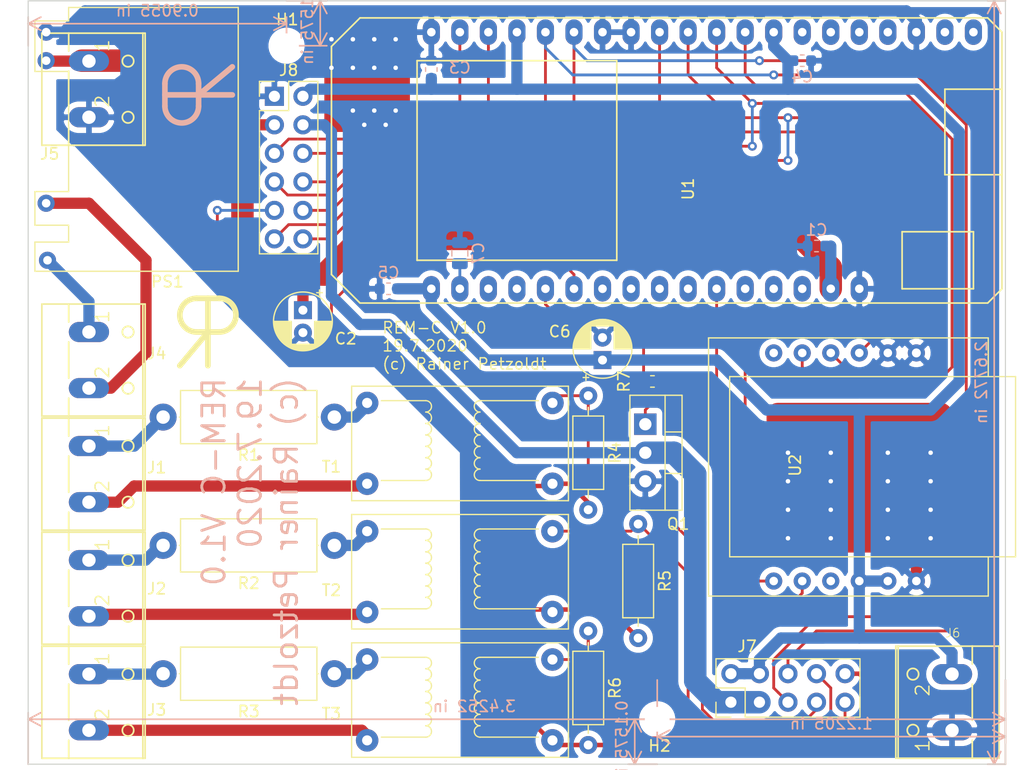
<source format=kicad_pcb>
(kicad_pcb (version 20171130) (host pcbnew "(5.1.5)-3")
  (layers (0 F.Cu signal) (31 B.Cu signal) (34 B.Paste user) (35 F.Paste user) (36 B.SilkS user) (37 F.SilkS user) (38 B.Mask user) (39 F.Mask user) (44 Edge.Cuts user))
  (net 0 "")
  (net 1 /L1)
  (net 2 "Net-(R1-Pad1)")
  (net 3 /L2)
  (net 4 "Net-(R2-Pad1)")
  (net 5 /L3)
  (net 6 "Net-(R3-Pad1)")
  (net 7 /N1)
  (net 8 /N2)
  (net 9 /N3)
  (net 10 "Net-(U1-Pad36)")
  (net 11 "Net-(U1-Pad35)")
  (net 12 "Net-(U1-Pad33)")
  (net 13 "Net-(U1-Pad32)")
  (net 14 "Net-(U1-Pad31)")
  (net 15 "Net-(U1-Pad30)")
  (net 16 "Net-(U1-Pad14)")
  (net 17 "Net-(U1-Pad13)")
  (net 18 "Net-(U1-Pad12)")
  (net 19 "Net-(U1-Pad10)")
  (net 20 "Net-(U1-Pad9)")
  (net 21 "Net-(U1-Pad8)")
  (net 22 "Net-(U1-Pad4)")
  (net 23 "Net-(U1-Pad3)")
  (net 24 GND)
  (net 25 +3V3)
  (net 26 /VP3)
  (net 27 /VP2)
  (net 28 /VP1)
  (net 29 /SDA)
  (net 30 /SCL)
  (net 31 +5V)
  (net 32 /L)
  (net 33 /N)
  (net 34 GNDA)
  (net 35 /MISO)
  (net 36 /CS)
  (net 37 /SCK)
  (net 38 /MOSI)
  (net 39 "Net-(U2-Pad9)")
  (net 40 "Net-(U2-Pad6)")
  (net 41 /RST)
  (net 42 "Net-(Q1-Pad1)")
  (net 43 /GND_Switched)
  (net 44 /CS2)
  (net 45 /PWR_Switch)
  (net 46 "Net-(C7-Pad1)")
  (net 47 /TX)
  (net 48 /RX)
  (net 49 "Net-(U1-Pad7)")
  (module REM:USR-ES1_gesockelt (layer F.Cu) (at 171.45 73.025 270)
    (fp_text reference U2 (at -0.15 3.17 90) (layer F.SilkS))
    (fp_text value USR-ES1)
    (pad 12 thru_hole circle (at 10.16 -7.62 270) (size 1.524 1.524) (drill 0.762) (layers *.Cu *.Mask) (net 24 GND))
    (pad 11 thru_hole circle (at 10.16 -5.08 270) (size 1.524 1.524) (drill 0.762) (layers *.Cu *.Mask) (net 25 +3V3))
    (pad 10 thru_hole circle (at 10.16 -2.54 270) (size 1.524 1.524) (drill 0.762) (layers *.Cu *.Mask) (net 25 +3V3))
    (pad 9 thru_hole circle (at 10.16 0 270) (size 1.524 1.524) (drill 0.762) (layers *.Cu *.Mask) (net 39 "Net-(U2-Pad9)"))
    (pad 8 thru_hole circle (at 10.16 2.54 270) (size 1.524 1.524) (drill 0.762) (layers *.Cu *.Mask) (net 41 /RST))
    (pad 7 thru_hole circle (at 10.16 5.08 270) (size 1.524 1.524) (drill 0.762) (layers *.Cu *.Mask) (net 35 /MISO))
    (pad 6 thru_hole circle (at -10.16 5.08 270) (size 1.524 1.524) (drill 0.762) (layers *.Cu *.Mask) (net 40 "Net-(U2-Pad6)"))
    (pad 5 thru_hole circle (at -10.16 2.54 270) (size 1.524 1.524) (drill 0.762) (layers *.Cu *.Mask) (net 36 /CS))
    (pad 4 thru_hole circle (at -10.16 0 270) (size 1.524 1.524) (drill 0.762) (layers *.Cu *.Mask) (net 37 /SCK))
    (pad 3 thru_hole circle (at -10.16 -2.54 270) (size 1.524 1.524) (drill 0.762) (layers *.Cu *.Mask) (net 38 /MOSI))
    (pad 2 thru_hole circle (at -10.16 -5.08 270) (size 1.524 1.524) (drill 0.762) (layers *.Cu *.Mask) (net 24 GND))
    (pad 1 thru_hole circle (at -10.16 -7.62 270) (size 1.524 1.524) (drill 0.8) (layers *.Cu *.Mask) (net 24 GND))
  )
  (module REM:Lolin32_gesockelt (layer F.Cu) (at 146.05 48.26 90)
    (fp_text reference U1 (at 0 12.7 90) (layer F.SilkS))
    (fp_text value Lolin32)
    (pad 36 thru_hole oval (at 13.97 38.1 90) (size 2.268 1.524) (drill 0.762) (layers *.Cu *.Mask) (net 10 "Net-(U1-Pad36)"))
    (pad 35 thru_hole oval (at 13.97 35.56 90) (size 2.268 1.524) (drill 0.762) (layers *.Cu *.Mask) (net 11 "Net-(U1-Pad35)"))
    (pad 34 thru_hole oval (at 13.97 33.02 90) (size 2.268 1.524) (drill 0.762) (layers *.Cu *.Mask) (net 24 GND))
    (pad 33 thru_hole oval (at 13.97 30.48 90) (size 2.268 1.524) (drill 0.762) (layers *.Cu *.Mask) (net 12 "Net-(U1-Pad33)"))
    (pad 32 thru_hole oval (at 13.97 27.94 90) (size 2.268 1.524) (drill 0.762) (layers *.Cu *.Mask) (net 13 "Net-(U1-Pad32)"))
    (pad 31 thru_hole oval (at 13.97 25.4 90) (size 2.268 1.524) (drill 0.762) (layers *.Cu *.Mask) (net 14 "Net-(U1-Pad31)"))
    (pad 30 thru_hole oval (at 13.97 22.86 90) (size 2.268 1.524) (drill 0.762) (layers *.Cu *.Mask) (net 15 "Net-(U1-Pad30)"))
    (pad 29 thru_hole oval (at 13.97 20.32 90) (size 2.268 1.524) (drill 0.762) (layers *.Cu *.Mask) (net 25 +3V3))
    (pad 28 thru_hole oval (at 13.97 17.78 90) (size 2.268 1.524) (drill 0.762) (layers *.Cu *.Mask) (net 36 /CS))
    (pad 27 thru_hole oval (at 13.97 15.24 90) (size 2.268 1.524) (drill 0.762) (layers *.Cu *.Mask) (net 37 /SCK))
    (pad 26 thru_hole oval (at 13.97 12.7 90) (size 2.268 1.524) (drill 0.762) (layers *.Cu *.Mask) (net 38 /MOSI))
    (pad 25 thru_hole oval (at 13.97 10.16 90) (size 2.268 1.524) (drill 0.762) (layers *.Cu *.Mask) (net 35 /MISO))
    (pad 24 thru_hole oval (at 13.97 7.62 90) (size 2.268 1.524) (drill 0.762) (layers *.Cu *.Mask) (net 24 GND))
    (pad 23 thru_hole oval (at 13.97 5.08 90) (size 2.268 1.524) (drill 0.762) (layers *.Cu *.Mask) (net 24 GND))
    (pad 22 thru_hole oval (at 13.97 2.54 90) (size 2.268 1.524) (drill 0.762) (layers *.Cu *.Mask) (net 29 /SDA))
    (pad 21 thru_hole oval (at 13.97 0 90) (size 2.268 1.524) (drill 0.762) (layers *.Cu *.Mask) (net 30 /SCL))
    (pad 20 thru_hole oval (at 13.97 -2.54 90) (size 2.268 1.524) (drill 0.762) (layers *.Cu *.Mask) (net 25 +3V3))
    (pad 19 thru_hole oval (at 13.97 -5.08 90) (size 2.268 1.524) (drill 0.762) (layers *.Cu *.Mask) (net 48 /RX))
    (pad 18 thru_hole oval (at 13.97 -7.62 90) (size 2.268 1.524) (drill 0.762) (layers *.Cu *.Mask) (net 47 /TX))
    (pad 17 thru_hole oval (at 13.97 -10.16 90) (size 2.268 1.524) (drill 0.762) (layers *.Cu *.Mask) (net 24 GND))
    (pad 16 thru_hole oval (at -8.89 27.94 90) (size 2.268 1.524) (drill 0.762) (layers *.Cu *.Mask) (net 24 GND))
    (pad 15 thru_hole oval (at -8.89 25.4 90) (size 2.268 1.524) (drill 0.762) (layers *.Cu *.Mask) (net 31 +5V))
    (pad 14 thru_hole oval (at -8.89 22.86 90) (size 2.268 1.524) (drill 0.762) (layers *.Cu *.Mask) (net 16 "Net-(U1-Pad14)"))
    (pad 13 thru_hole oval (at -8.89 20.32 90) (size 2.268 1.524) (drill 0.762) (layers *.Cu *.Mask) (net 17 "Net-(U1-Pad13)"))
    (pad 12 thru_hole oval (at -8.89 17.78 90) (size 2.268 1.524) (drill 0.762) (layers *.Cu *.Mask) (net 18 "Net-(U1-Pad12)"))
    (pad 11 thru_hole oval (at -8.89 15.24 90) (size 2.268 1.524) (drill 0.762) (layers *.Cu *.Mask) (net 41 /RST))
    (pad 10 thru_hole oval (at -8.89 12.7 90) (size 2.268 1.524) (drill 0.762) (layers *.Cu *.Mask) (net 19 "Net-(U1-Pad10)"))
    (pad 9 thru_hole oval (at -8.89 10.16 90) (size 2.268 1.524) (drill 0.762) (layers *.Cu *.Mask) (net 20 "Net-(U1-Pad9)"))
    (pad 8 thru_hole oval (at -8.89 7.62 90) (size 2.268 1.524) (drill 0.762) (layers *.Cu *.Mask) (net 21 "Net-(U1-Pad8)"))
    (pad 7 thru_hole oval (at -8.89 5.08 90) (size 2.268 1.524) (drill 0.762) (layers *.Cu *.Mask) (net 49 "Net-(U1-Pad7)"))
    (pad 6 thru_hole oval (at -8.89 2.54 90) (size 2.268 1.524) (drill 0.762) (layers *.Cu *.Mask) (net 44 /CS2))
    (pad 5 thru_hole oval (at -8.89 0 90) (size 2.268 1.524) (drill 0.762) (layers *.Cu *.Mask) (net 45 /PWR_Switch))
    (pad 4 thru_hole oval (at -8.89 -2.54 90) (size 2.268 1.524) (drill 0.762) (layers *.Cu *.Mask) (net 22 "Net-(U1-Pad4)"))
    (pad 3 thru_hole oval (at -8.89 -5.08 90) (size 2.268 1.524) (drill 0.762) (layers *.Cu *.Mask) (net 23 "Net-(U1-Pad3)"))
    (pad 2 thru_hole oval (at -8.89 -7.62 90) (size 2.268 1.524) (drill 0.762) (layers *.Cu *.Mask) (net 46 "Net-(C7-Pad1)"))
    (pad 1 thru_hole oval (at -8.89 -10.16 90) (size 2.268 1.524) (drill 0.762) (layers *.Cu *.Mask) (net 25 +3V3))
  )
  (module Connector_PinHeader_2.54mm:PinHeader_2x06_P2.54mm_Vertical (layer F.Cu) (at 121.92 40.005)
    (fp_text reference J8 (at 1.27 -2.33) (layer F.SilkS))
    (fp_text value Conn_02x06_Odd_Even)
    (pad 12 thru_hole oval (at 2.54 12.7) (size 1.7 1.7) (drill 1) (layers *.Cu *.Mask) (net 38 /MOSI))
    (pad 11 thru_hole oval (at 0 12.7) (size 1.7 1.7) (drill 1) (layers *.Cu *.Mask) (net 37 /SCK))
    (pad 10 thru_hole oval (at 2.54 10.16) (size 1.7 1.7) (drill 1) (layers *.Cu *.Mask) (net 35 /MISO))
    (pad 9 thru_hole oval (at 0 10.16) (size 1.7 1.7) (drill 1) (layers *.Cu *.Mask) (net 44 /CS2))
    (pad 8 thru_hole oval (at 2.54 7.62) (size 1.7 1.7) (drill 1) (layers *.Cu *.Mask) (net 30 /SCL))
    (pad 7 thru_hole oval (at 0 7.62) (size 1.7 1.7) (drill 1) (layers *.Cu *.Mask) (net 29 /SDA))
    (pad 6 thru_hole oval (at 2.54 5.08) (size 1.7 1.7) (drill 1) (layers *.Cu *.Mask) (net 48 /RX))
    (pad 5 thru_hole oval (at 0 5.08) (size 1.7 1.7) (drill 1) (layers *.Cu *.Mask) (net 47 /TX))
    (pad 4 thru_hole oval (at 2.54 2.54) (size 1.7 1.7) (drill 1) (layers *.Cu *.Mask) (net 43 /GND_Switched))
    (pad 3 thru_hole oval (at 0 2.54) (size 1.7 1.7) (drill 1) (layers *.Cu *.Mask) (net 31 +5V))
    (pad 2 thru_hole oval (at 2.54 0) (size 1.7 1.7) (drill 1) (layers *.Cu *.Mask) (net 25 +3V3))
    (pad 1 thru_hole rect (at 0 0) (size 1.7 1.7) (drill 1) (layers *.Cu *.Mask) (net 24 GND))
  )
  (module Capacitor_SMD:C_0805_2012Metric (layer B.Cu) (at 138.43 53.975 90)
    (fp_text reference C7 (at 0 1.65 90) (layer B.SilkS) (effects (justify mirror)))
    (fp_text value 1u)
    (pad 2 smd roundrect (at 0.9375 0 90) (size 0.975 1.4) (layers B.Cu B.Paste B.Mask) (net 24 GND))
    (pad 1 smd roundrect (at -0.9375 0 90) (size 0.975 1.4) (layers B.Cu B.Paste B.Mask) (net 46 "Net-(C7-Pad1)"))
  )
  (module Resistor_THT:R_Axial_DIN0207_L6.3mm_D2.5mm_P10.16mm_Horizontal (layer F.Cu) (at 149.86 87.63 270)
    (fp_text reference R6 (at 5.08 -2.37 90) (layer F.SilkS))
    (fp_text value 330)
    (pad 2 thru_hole oval (at 10.16 0 270) (size 1.6 1.6) (drill 0.8) (layers *.Cu *.Mask) (net 34 GNDA))
    (pad 1 thru_hole circle (at 0 0 270) (size 1.6 1.6) (drill 0.8) (layers *.Cu *.Mask) (net 26 /VP3))
  )
  (module Resistor_THT:R_Axial_DIN0207_L6.3mm_D2.5mm_P10.16mm_Horizontal (layer F.Cu) (at 154.305 78.105 270)
    (fp_text reference R5 (at 5.08 -2.37 90) (layer F.SilkS))
    (fp_text value 330)
    (pad 2 thru_hole oval (at 10.16 0 270) (size 1.6 1.6) (drill 0.8) (layers *.Cu *.Mask) (net 34 GNDA))
    (pad 1 thru_hole circle (at 0 0 270) (size 1.6 1.6) (drill 0.8) (layers *.Cu *.Mask) (net 27 /VP2))
  )
  (module Resistor_THT:R_Axial_DIN0207_L6.3mm_D2.5mm_P10.16mm_Horizontal (layer F.Cu) (at 149.86 66.675 270)
    (fp_text reference R4 (at 5.08 -2.37 90) (layer F.SilkS))
    (fp_text value 330)
    (pad 2 thru_hole oval (at 10.16 0 270) (size 1.6 1.6) (drill 0.8) (layers *.Cu *.Mask) (net 34 GNDA))
    (pad 1 thru_hole circle (at 0 0 270) (size 1.6 1.6) (drill 0.8) (layers *.Cu *.Mask) (net 28 /VP1))
  )
  (module Resistor_THT:R_Axial_DIN0414_L11.9mm_D4.5mm_P15.24mm_Horizontal (layer F.Cu) (at 127.254 80.01 180)
    (fp_text reference R2 (at 7.62 -3.37) (layer F.SilkS))
    (fp_text value 220k)
    (pad 2 thru_hole oval (at 15.24 0 180) (size 2.4 2.4) (drill 1.2) (layers *.Cu *.Mask) (net 3 /L2))
    (pad 1 thru_hole circle (at 0 0 180) (size 2.4 2.4) (drill 1.2) (layers *.Cu *.Mask) (net 4 "Net-(R2-Pad1)"))
  )
  (module Resistor_SMD:R_0603_1608Metric (layer F.Cu) (at 155.575 65.405 180)
    (fp_text reference R7 (at 2.54 0 270) (layer F.SilkS))
    (fp_text value 100k)
    (pad 2 smd roundrect (at 0.7875 0 180) (size 0.875 0.95) (layers F.Cu F.Paste F.Mask) (net 45 /PWR_Switch))
    (pad 1 smd roundrect (at -0.7875 0 180) (size 0.875 0.95) (layers F.Cu F.Paste F.Mask) (net 42 "Net-(Q1-Pad1)"))
  )
  (module Package_TO_SOT_THT:TO-220-3_Vertical (layer F.Cu) (at 154.94 69.215 270)
    (fp_text reference Q1 (at 8.89 -2.921 180) (layer F.SilkS))
    (fp_text value IRF3708)
    (pad 3 thru_hole oval (at 5.08 0 270) (size 1.905 2) (drill 1.1) (layers *.Cu *.Mask) (net 24 GND))
    (pad 2 thru_hole oval (at 2.54 0 270) (size 1.905 2) (drill 1.1) (layers *.Cu *.Mask) (net 43 /GND_Switched))
    (pad 1 thru_hole rect (at 0 0 270) (size 1.905 2) (drill 1.1) (layers *.Cu *.Mask) (net 42 "Net-(Q1-Pad1)"))
  )
  (module REM:PinHeader_2x05_P2.54mm_Vertical_mit_Stecker (layer F.Cu) (at 162.56 93.98 90)
    (fp_text reference J7 (at 4.98 1.44 180) (layer F.SilkS))
    (fp_text value Conn_02x05_Odd_Even)
    (pad 10 thru_hole oval (at 2.54 10.16 90) (size 1.7 1.7) (drill 1) (layers *.Cu *.Mask) (net 34 GNDA))
    (pad 9 thru_hole oval (at 0 10.16 90) (size 1.7 1.7) (drill 1) (layers *.Cu *.Mask) (net 26 /VP3))
    (pad 8 thru_hole oval (at 2.54 7.62 90) (size 1.7 1.7) (drill 1) (layers *.Cu *.Mask) (net 27 /VP2))
    (pad 7 thru_hole oval (at 0 7.62 90) (size 1.7 1.7) (drill 1) (layers *.Cu *.Mask) (net 28 /VP1))
    (pad 6 thru_hole oval (at 2.54 5.08 90) (size 1.7 1.7) (drill 1) (layers *.Cu *.Mask) (net 29 /SDA))
    (pad 5 thru_hole oval (at 0 5.08 90) (size 1.7 1.7) (drill 1) (layers *.Cu *.Mask) (net 30 /SCL))
    (pad 4 thru_hole oval (at 2.54 2.54 90) (size 1.7 1.7) (drill 1) (layers *.Cu *.Mask) (net 25 +3V3))
    (pad 3 thru_hole oval (at 0 2.54 90) (size 1.7 1.7) (drill 1) (layers *.Cu *.Mask) (net 43 /GND_Switched))
    (pad 2 thru_hole oval (at 2.54 0 90) (size 1.7 1.7) (drill 1) (layers *.Cu *.Mask) (net 25 +3V3))
    (pad 1 thru_hole rect (at 0 0 90) (size 1.7 1.7) (drill 1) (layers *.Cu *.Mask) (net 43 /GND_Switched))
  )
  (module REM:LogoRP_6mm (layer B.Cu) (at 106.172 39.878 270)
    (fp_text reference L2 hide)
    (fp_text value Logo)
  )
  (module REM:LogoRP_6mm (layer F.Cu) (at 116 52)
    (fp_text reference L1 hide)
    (fp_text value Logo)
  )
  (module kicad:MountingHole_2.2mm_M2 (layer F.Cu) (at 156 95.5)
    (fp_text reference H2 (at 0.21 2.369) (layer F.SilkS))
    (fp_text value MountingHole)
    (pad 1 np_thru_hole circle (at 0 0) (size 2.2 2.2) (drill 2.2) (layers *.Cu *.Mask))
  )
  (module kicad:MountingHole_2.2mm_M2 (layer F.Cu) (at 123 35.5)
    (fp_text reference H1 (at 0.063 -2.337) (layer F.SilkS))
    (fp_text value MountingHole)
    (pad 1 np_thru_hole circle (at 0 0) (size 2.2 2.2) (drill 2.2) (layers *.Cu *.Mask))
  )
  (module REM:W237-102 (layer F.Cu) (at 180.975 93.98 90)
    (fp_text reference J6 (at 5.715 0.635) (layer F.SilkS) (effects (font (size 0.77216 0.77216) (thickness 0.077216)) (justify left bottom)))
    (fp_text value Conn_01x02)
    (fp_text user 1 (at -4.532 -0.635 90) (layer F.SilkS) (effects (font (size 1.2065 1.2065) (thickness 0.127)) (justify left bottom)))
    (fp_text user 2 (at 0.421 -0.635 90) (layer F.SilkS) (effects (font (size 1.2065 1.2065) (thickness 0.127)) (justify left bottom)))
    (pad 1 thru_hole oval (at -2.5 1.27 180) (size 3.5814 1.7907) (drill 1.1938) (layers *.Cu *.Mask) (net 24 GND))
    (pad 2 thru_hole oval (at 2.5 1.27 180) (size 3.5814 1.7907) (drill 1.1938) (layers *.Cu *.Mask) (net 25 +3V3))
  )
  (module Resistor_THT:R_Axial_DIN0414_L11.9mm_D4.5mm_P15.24mm_Horizontal (layer F.Cu) (at 127.254 91.44 180)
    (fp_text reference R3 (at 7.62 -3.37) (layer F.SilkS))
    (fp_text value 220k)
    (pad 2 thru_hole oval (at 15.24 0 180) (size 2.4 2.4) (drill 1.2) (layers *.Cu *.Mask) (net 5 /L3))
    (pad 1 thru_hole circle (at 0 0 180) (size 2.4 2.4) (drill 1.2) (layers *.Cu *.Mask) (net 6 "Net-(R3-Pad1)"))
  )
  (module REM:W237-102 (layer F.Cu) (at 106.68 39.37 270)
    (fp_text reference J5 (at 6.35 3.81) (layer F.SilkS) (effects (justify right bottom)))
    (fp_text value Conn_01x02)
    (fp_text user 1 (at -4.532 -0.635 90) (layer F.SilkS) (effects (font (size 1.2065 1.2065) (thickness 0.127)) (justify right bottom)))
    (fp_text user 2 (at 0.421 -0.635 90) (layer F.SilkS) (effects (font (size 1.2065 1.2065) (thickness 0.127)) (justify right bottom)))
    (pad 1 thru_hole oval (at -2.5 1.27) (size 3.5814 1.7907) (drill 1.1938) (layers *.Cu *.Mask) (net 31 +5V))
    (pad 2 thru_hole oval (at 2.5 1.27) (size 3.5814 1.7907) (drill 1.1938) (layers *.Cu *.Mask) (net 24 GND))
  )
  (module Capacitor_SMD:C_0603_1608Metric (layer B.Cu) (at 168.91 36.83)
    (fp_text reference C4 (at 0 1.43) (layer B.SilkS) (effects (justify mirror)))
    (fp_text value 100n)
    (pad 2 smd roundrect (at 0.7875 0) (size 0.875 0.95) (layers B.Cu B.Paste B.Mask) (net 24 GND))
    (pad 1 smd roundrect (at -0.7875 0) (size 0.875 0.95) (layers B.Cu B.Paste B.Mask) (net 25 +3V3))
  )
  (module Capacitor_SMD:C_0603_1608Metric (layer B.Cu) (at 132.08 57.15 180)
    (fp_text reference C5 (at 0 1.43) (layer B.SilkS) (effects (justify mirror)))
    (fp_text value 100n)
    (pad 2 smd roundrect (at 0.7875 0 180) (size 0.875 0.95) (layers B.Cu B.Paste B.Mask) (net 24 GND))
    (pad 1 smd roundrect (at -0.7875 0 180) (size 0.875 0.95) (layers B.Cu B.Paste B.Mask) (net 25 +3V3))
  )
  (module Capacitor_THT:CP_Radial_D5.0mm_P2.00mm (layer F.Cu) (at 151.13 63.5 90)
    (fp_text reference C6 (at 2.54 -3.81 180) (layer F.SilkS))
    (fp_text value 10u)
    (pad 2 thru_hole circle (at 2 0 90) (size 1.6 1.6) (drill 0.8) (layers *.Cu *.Mask) (net 24 GND))
    (pad 1 thru_hole rect (at 0 0 90) (size 1.6 1.6) (drill 0.8) (layers *.Cu *.Mask) (net 25 +3V3))
  )
  (module Capacitor_THT:CP_Radial_D5.0mm_P2.00mm (layer F.Cu) (at 124.46 59.055 270)
    (fp_text reference C2 (at 2.54 -3.81 180) (layer F.SilkS))
    (fp_text value 10u)
    (pad 2 thru_hole circle (at 2 0 270) (size 1.6 1.6) (drill 0.8) (layers *.Cu *.Mask) (net 24 GND))
    (pad 1 thru_hole rect (at 0 0 270) (size 1.6 1.6) (drill 0.8) (layers *.Cu *.Mask) (net 31 +5V))
  )
  (module Capacitor_SMD:C_0603_1608Metric (layer B.Cu) (at 135.89 37.6175 90)
    (fp_text reference C3 (at 0.1525 2.54) (layer B.SilkS) (effects (justify mirror)))
    (fp_text value 100n)
    (pad 2 smd roundrect (at 0.7875 0 90) (size 0.875 0.95) (layers B.Cu B.Paste B.Mask) (net 24 GND))
    (pad 1 smd roundrect (at -0.7875 0 90) (size 0.875 0.95) (layers B.Cu B.Paste B.Mask) (net 25 +3V3))
  )
  (module Capacitor_SMD:C_0603_1608Metric (layer B.Cu) (at 170.18 53.34 180)
    (fp_text reference C1 (at 0 1.43) (layer B.SilkS) (effects (justify mirror)))
    (fp_text value 100n)
    (pad 2 smd roundrect (at 0.7875 0 180) (size 0.875 0.95) (layers B.Cu B.Paste B.Mask) (net 24 GND))
    (pad 1 smd roundrect (at -0.7875 0 180) (size 0.875 0.95) (layers B.Cu B.Paste B.Mask) (net 31 +5V))
  )
  (module Resistor_THT:R_Axial_DIN0414_L11.9mm_D4.5mm_P15.24mm_Horizontal (layer F.Cu) (at 127.254 68.58 180)
    (fp_text reference R1 (at 7.62 -3.37) (layer F.SilkS))
    (fp_text value 220k)
    (pad 2 thru_hole oval (at 15.24 0 180) (size 2.4 2.4) (drill 1.2) (layers *.Cu *.Mask) (net 1 /L1))
    (pad 1 thru_hole circle (at 0 0 180) (size 2.4 2.4) (drill 1.2) (layers *.Cu *.Mask) (net 2 "Net-(R1-Pad1)"))
  )
  (module REM:ZMPT107 (layer F.Cu) (at 130.175 90.178)
    (fp_text reference T3 (at -3.175 4.83) (layer F.SilkS))
    (fp_text value ZMPT107-1)
    (pad 2 thru_hole circle (at 0 7.2) (size 2 2) (drill 0.9) (layers *.Cu *.Mask) (net 9 /N3) (clearance 0.5))
    (pad 4 thru_hole circle (at 16.5 7.2) (size 2 2) (drill 0.9) (layers *.Cu *.Mask) (net 34 GNDA) (clearance 0.5))
    (pad 3 thru_hole circle (at 16.5 0) (size 2 2) (drill 0.9) (layers *.Cu *.Mask) (net 26 /VP3) (clearance 0.5))
    (pad 1 thru_hole circle (at 0 0) (size 2 2) (drill 0.9) (layers *.Cu *.Mask) (net 6 "Net-(R3-Pad1)") (clearance 0.5))
  )
  (module REM:ZMPT107 (layer F.Cu) (at 130.175 78.748)
    (fp_text reference T2 (at -3.175 5.26) (layer F.SilkS))
    (fp_text value ZMPT107-1)
    (pad 2 thru_hole circle (at 0 7.2) (size 2 2) (drill 0.9) (layers *.Cu *.Mask) (net 8 /N2) (clearance 0.5))
    (pad 4 thru_hole circle (at 16.5 7.2) (size 2 2) (drill 0.9) (layers *.Cu *.Mask) (net 34 GNDA) (clearance 0.5))
    (pad 3 thru_hole circle (at 16.5 0) (size 2 2) (drill 0.9) (layers *.Cu *.Mask) (net 27 /VP2) (clearance 0.5))
    (pad 1 thru_hole circle (at 0 0) (size 2 2) (drill 0.9) (layers *.Cu *.Mask) (net 4 "Net-(R2-Pad1)") (clearance 0.5))
  )
  (module REM:ZMPT107 (layer F.Cu) (at 130.175 67.318)
    (fp_text reference T1 (at -3.175 5.69) (layer F.SilkS))
    (fp_text value ZMPT107-1)
    (pad 2 thru_hole circle (at 0 7.2) (size 2 2) (drill 0.9) (layers *.Cu *.Mask) (net 7 /N1) (clearance 0.5))
    (pad 4 thru_hole circle (at 16.5 7.2) (size 2 2) (drill 0.9) (layers *.Cu *.Mask) (net 34 GNDA) (clearance 0.5))
    (pad 3 thru_hole circle (at 16.5 0) (size 2 2) (drill 0.9) (layers *.Cu *.Mask) (net 28 /VP1) (clearance 0.5))
    (pad 1 thru_hole circle (at 0 0) (size 2 2) (drill 0.9) (layers *.Cu *.Mask) (net 2 "Net-(R1-Pad1)") (clearance 0.5))
  )
  (module REM:AC-DC_Wandler (layer F.Cu) (at 101.6 34.29 270)
    (fp_text reference PS1 (at 22.225 -10.795 180) (layer F.SilkS))
    (fp_text value AC-DC-Wandler)
    (fp_text user " " (at 0.635 -13.335 90) (layer F.SilkS))
    (pad 4 thru_hole circle (at 20.32 -0.12 270) (size 1.524 1.524) (drill 0.762) (layers *.Cu *.Mask) (net 32 /L) (clearance 0.5))
    (pad 3 thru_hole circle (at 15.24 0 270) (size 1.524 1.524) (drill 0.762) (layers *.Cu *.Mask) (net 33 /N) (clearance 0.5))
    (pad 2 thru_hole circle (at 2.54 0 270) (size 1.524 1.524) (drill 0.762) (layers *.Cu *.Mask) (net 31 +5V) (clearance 0.5))
    (pad 1 thru_hole circle (at 0 0 270) (size 1.524 1.524) (drill 0.762) (layers *.Cu *.Mask) (net 24 GND) (clearance 0.5))
  )
  (module REM:W237-102 (layer F.Cu) (at 106.68 63.5 270)
    (fp_text reference J4 (at 0 -5.715) (layer F.SilkS) (effects (justify right bottom)))
    (fp_text value Conn_01x02)
    (fp_text user 1 (at -4.532 -0.635 90) (layer F.SilkS) (effects (font (size 1.2065 1.2065) (thickness 0.127)) (justify right bottom)))
    (fp_text user 2 (at 0.421 -0.635 90) (layer F.SilkS) (effects (font (size 1.2065 1.2065) (thickness 0.127)) (justify right bottom)))
    (pad 1 thru_hole oval (at -2.5 1.27) (size 3.5814 1.7907) (drill 1.1938) (layers *.Cu *.Mask) (net 32 /L))
    (pad 2 thru_hole oval (at 2.5 1.27) (size 3.5814 1.7907) (drill 1.1938) (layers *.Cu *.Mask) (net 33 /N))
  )
  (module REM:W237-102 (layer F.Cu) (at 106.68 93.98 270)
    (fp_text reference J3 (at 1.27 -5.715) (layer F.SilkS) (effects (justify right bottom)))
    (fp_text value Conn_01x02)
    (fp_text user 1 (at -4.532 -0.635 90) (layer F.SilkS) (effects (font (size 1.2065 1.2065) (thickness 0.127)) (justify right bottom)))
    (fp_text user 2 (at 0.421 -0.635 90) (layer F.SilkS) (effects (font (size 1.2065 1.2065) (thickness 0.127)) (justify right bottom)))
    (pad 1 thru_hole oval (at -2.5 1.27) (size 3.5814 1.7907) (drill 1.1938) (layers *.Cu *.Mask) (net 5 /L3))
    (pad 2 thru_hole oval (at 2.5 1.27) (size 3.5814 1.7907) (drill 1.1938) (layers *.Cu *.Mask) (net 9 /N3))
  )
  (module REM:W237-102 (layer F.Cu) (at 106.68 83.82 270)
    (fp_text reference J2 (at 0.635 -5.715) (layer F.SilkS) (effects (justify right bottom)))
    (fp_text value Conn_01x02)
    (fp_text user 1 (at -4.532 -0.635 90) (layer F.SilkS) (effects (font (size 1.2065 1.2065) (thickness 0.127)) (justify right bottom)))
    (fp_text user 2 (at 0.421 -0.635 90) (layer F.SilkS) (effects (font (size 1.2065 1.2065) (thickness 0.127)) (justify right bottom)))
    (pad 1 thru_hole oval (at -2.5 1.27) (size 3.5814 1.7907) (drill 1.1938) (layers *.Cu *.Mask) (net 3 /L2))
    (pad 2 thru_hole oval (at 2.5 1.27) (size 3.5814 1.7907) (drill 1.1938) (layers *.Cu *.Mask) (net 8 /N2))
  )
  (module REM:W237-102 (layer F.Cu) (at 106.68 73.66 270)
    (fp_text reference J1 (at 0 -5.715) (layer F.SilkS) (effects (justify right bottom)))
    (fp_text value Conn_01x02)
    (fp_text user 1 (at -4.532 -0.635 90) (layer F.SilkS) (effects (font (size 1.2065 1.2065) (thickness 0.127)) (justify right bottom)))
    (fp_text user 2 (at 0.421 -0.635 90) (layer F.SilkS) (effects (font (size 1.2065 1.2065) (thickness 0.127)) (justify right bottom)))
    (pad 1 thru_hole oval (at -2.5 1.27) (size 3.5814 1.7907) (drill 1.1938) (layers *.Cu *.Mask) (net 1 /L1))
    (pad 2 thru_hole oval (at 2.5 1.27) (size 3.5814 1.7907) (drill 1.1938) (layers *.Cu *.Mask) (net 7 /N1))
  )
  (dimension 87 (width 0.15) (layer B.SilkS) (gr_text "87,0 mm" (at 143.5 94.2) (layer B.SilkS) (effects (font (size 1 1) (thickness 0.15)) (justify left mirror))) (feature1 (pts (xy 100 99.5) (xy 100 94.913579))) (feature2 (pts (xy 187 99.5) (xy 187 94.913579))) (crossbar (pts (xy 187 95.5) (xy 100 95.5))) (arrow1a (pts (xy 100 95.5) (xy 101.126504 94.913579))) (arrow1b (pts (xy 100 95.5) (xy 101.126504 96.086421))) (arrow2a (pts (xy 187 95.5) (xy 185.873496 94.913579))) (arrow2b (pts (xy 187 95.5) (xy 185.873496 96.086421))))
  (dimension 68 (width 0.15) (layer B.SilkS) (gr_text "68,0 mm" (at 184.7 65.5 90) (layer B.SilkS) (effects (font (size 1 1) (thickness 0.15)) (justify mirror))) (feature1 (pts (xy 187 31.5) (xy 185.413579 31.5))) (feature2 (pts (xy 187 99.5) (xy 185.413579 99.5))) (crossbar (pts (xy 186 99.5) (xy 186 31.5))) (arrow1a (pts (xy 186 31.5) (xy 186.586421 32.626504))) (arrow1b (pts (xy 186 31.5) (xy 185.413579 32.626504))) (arrow2a (pts (xy 186 99.5) (xy 186.586421 98.373496))) (arrow2b (pts (xy 186 99.5) (xy 185.413579 98.373496))))
  (dimension 31 (width 0.15) (layer B.SilkS) (gr_text "31,0 mm" (at 171.5 98.345) (layer B.SilkS) (effects (font (size 1 1) (thickness 0.15)) (justify mirror))) (feature1 (pts (xy 187 92) (xy 187 97.631421))) (feature2 (pts (xy 156 92) (xy 156 97.631421))) (crossbar (pts (xy 156 97.045) (xy 187 97.045))) (arrow1a (pts (xy 187 97.045) (xy 185.873496 97.631421))) (arrow1b (pts (xy 187 97.045) (xy 185.873496 96.458579))) (arrow2a (pts (xy 156 97.045) (xy 157.126504 97.631421))) (arrow2b (pts (xy 156 97.045) (xy 157.126504 96.458579))))
  (dimension 4 (width 0.15) (layer B.SilkS) (gr_text "4,0 mm" (at 152.7 95 270) (layer B.SilkS) (effects (font (size 1 1) (thickness 0.15)) (justify mirror))) (feature1 (pts (xy 156 99.5) (xy 153.413579 99.5))) (feature2 (pts (xy 156 95.5) (xy 153.413579 95.5))) (crossbar (pts (xy 154 95.5) (xy 154 99.5))) (arrow1a (pts (xy 154 99.5) (xy 153.413579 98.373496))) (arrow1b (pts (xy 154 99.5) (xy 154.586421 98.373496))) (arrow2a (pts (xy 154 95.5) (xy 153.413579 96.626504))) (arrow2b (pts (xy 154 95.5) (xy 154.586421 96.626504))))
  (dimension 23 (width 0.15) (layer B.SilkS) (gr_text "23,0 mm" (at 111.5 32.5) (layer B.SilkS) (effects (font (size 1 1) (thickness 0.15)) (justify mirror))) (feature1 (pts (xy 100 35.5) (xy 100 32.948579))) (feature2 (pts (xy 123 35.5) (xy 123 32.948579))) (crossbar (pts (xy 123 33.535) (xy 100 33.535))) (arrow1a (pts (xy 100 33.535) (xy 101.126504 32.948579))) (arrow1b (pts (xy 100 33.535) (xy 101.126504 34.121421))) (arrow2a (pts (xy 123 33.535) (xy 121.873496 32.948579))) (arrow2b (pts (xy 123 33.535) (xy 121.873496 34.121421))))
  (dimension 4 (width 0.15) (layer B.SilkS) (gr_text "4,0 mm" (at 127.3 35 90) (layer B.SilkS) (effects (font (size 1 1) (thickness 0.15)) (justify mirror))) (feature1 (pts (xy 123 31.5) (xy 126.586421 31.5))) (feature2 (pts (xy 123 35.5) (xy 126.586421 35.5))) (crossbar (pts (xy 126 35.5) (xy 126 31.5))) (arrow1a (pts (xy 126 31.5) (xy 126.586421 32.626504))) (arrow1b (pts (xy 126 31.5) (xy 125.413579 32.626504))) (arrow2a (pts (xy 126 35.5) (xy 126.586421 34.373496))) (arrow2b (pts (xy 126 35.5) (xy 125.413579 34.373496))))
  (gr_text "REM-C V1.0\n19.7.2020\n(c) Rainer Petzoldt" (at 119.761 64.897 90) (layer B.SilkS) (effects (font (size 2 2) (thickness 0.25)) (justify left mirror)))
  (gr_text "REM-C V1.0\n19.7.2020\n(c) Rainer Petzoldt" (at 131.445 62.23) (layer F.SilkS) (effects (font (size 1 1) (thickness 0.125)) (justify left)))
  (gr_line (start 187 31.5) (end 100 31.5) (layer Edge.Cuts) (width 0.1))
  (gr_line (start 187 99.5) (end 187 31.5) (layer Edge.Cuts) (width 0.1))
  (gr_line (start 100 99.5) (end 187 99.5) (layer Edge.Cuts) (width 0.1))
  (gr_line (start 100 31.5) (end 100 99.5) (layer Edge.Cuts) (width 0.1))
  (segment (start 111.76 68.834) (end 111.76 68.58) (width 1) (layer B.Cu) (net 1))
  (segment (start 105.41 71.16) (end 109.434 71.16) (width 1) (layer B.Cu) (net 1))
  (segment (start 109.434 71.16) (end 111.76 68.834) (width 1) (layer B.Cu) (net 1))
  (segment (start 129.12 68.58) (end 130.18 67.52) (width 1) (layer B.Cu) (net 2))
  (segment (start 127 68.58) (end 129.12 68.58) (width 1) (layer B.Cu) (net 2))
  (segment (start 110.45 81.32) (end 111.76 80.01) (width 1) (layer B.Cu) (net 3))
  (segment (start 105.41 81.32) (end 110.45 81.32) (width 1) (layer B.Cu) (net 3))
  (segment (start 129.12 80.01) (end 130.18 78.95) (width 1) (layer B.Cu) (net 4))
  (segment (start 127 80.01) (end 129.12 80.01) (width 1) (layer B.Cu) (net 4))
  (segment (start 112.014 91.44) (end 111.76 91.44) (width 1) (layer B.Cu) (net 5))
  (segment (start 105.41 91.48) (end 111.974 91.48) (width 1) (layer B.Cu) (net 5))
  (segment (start 111.974 91.48) (end 112.014 91.44) (width 1) (layer B.Cu) (net 5))
  (segment (start 129.12 91.44) (end 130.18 90.38) (width 1) (layer B.Cu) (net 6))
  (segment (start 127 91.44) (end 129.12 91.44) (width 1) (layer B.Cu) (net 6))
  (segment (start 107.99 76.16) (end 105.41 76.16) (width 1) (layer F.Cu) (net 7))
  (segment (start 130.18 74.72) (end 109.43 74.72) (width 1) (layer F.Cu) (net 7))
  (segment (start 109.43 74.72) (end 107.99 76.16) (width 1) (layer F.Cu) (net 7))
  (segment (start 105.58 86.15) (end 105.41 86.32) (width 1) (layer F.Cu) (net 8))
  (segment (start 130.18 86.15) (end 105.58 86.15) (width 1) (layer F.Cu) (net 8))
  (segment (start 129.70501 96.48) (end 130.175 96.94999) (width 1) (layer F.Cu) (net 9))
  (segment (start 105.41 96.48) (end 129.70501 96.48) (width 1) (layer F.Cu) (net 9))
  (via (at 127 34.925) (size 0.8) (drill 0.4) (layers F.Cu B.Cu) (net 24))
  (via (at 127 37.465) (size 0.8) (drill 0.4) (layers F.Cu B.Cu) (net 24))
  (via (at 132.715 41.275) (size 0.8) (drill 0.4) (layers F.Cu B.Cu) (net 24))
  (via (at 130.81 41.275) (size 0.8) (drill 0.4) (layers F.Cu B.Cu) (net 24))
  (via (at 128.905 41.275) (size 0.8) (drill 0.4) (layers F.Cu B.Cu) (net 24))
  (via (at 128.905 37.465) (size 0.8) (drill 0.4) (layers F.Cu B.Cu) (net 24))
  (via (at 130.81 37.465) (size 0.8) (drill 0.4) (layers F.Cu B.Cu) (net 24))
  (via (at 132.715 37.465) (size 0.8) (drill 0.4) (layers F.Cu B.Cu) (net 24))
  (via (at 132.715 34.925) (size 0.8) (drill 0.4) (layers F.Cu B.Cu) (net 24))
  (via (at 130.81 34.925) (size 0.8) (drill 0.4) (layers F.Cu B.Cu) (net 24))
  (via (at 128.905 34.925) (size 0.8) (drill 0.4) (layers F.Cu B.Cu) (net 24))
  (via (at 180.34 71.755) (size 0.8) (drill 0.4) (layers F.Cu B.Cu) (net 24))
  (via (at 180.34 74.295) (size 0.8) (drill 0.4) (layers F.Cu B.Cu) (net 24))
  (via (at 180.34 76.835) (size 0.8) (drill 0.4) (layers F.Cu B.Cu) (net 24))
  (via (at 180.34 79.375) (size 0.8) (drill 0.4) (layers F.Cu B.Cu) (net 24))
  (via (at 176.53 79.375) (size 0.8) (drill 0.4) (layers F.Cu B.Cu) (net 24))
  (via (at 176.53 76.835) (size 0.8) (drill 0.4) (layers F.Cu B.Cu) (net 24))
  (via (at 176.53 74.295) (size 0.8) (drill 0.4) (layers F.Cu B.Cu) (net 24))
  (via (at 176.53 71.755) (size 0.8) (drill 0.4) (layers F.Cu B.Cu) (net 24))
  (via (at 171.45 71.755) (size 0.8) (drill 0.4) (layers F.Cu B.Cu) (net 24))
  (via (at 171.45 74.295) (size 0.8) (drill 0.4) (layers F.Cu B.Cu) (net 24))
  (via (at 171.45 76.835) (size 0.8) (drill 0.4) (layers F.Cu B.Cu) (net 24))
  (via (at 171.45 79.375) (size 0.8) (drill 0.4) (layers F.Cu B.Cu) (net 24))
  (via (at 167.64 79.375) (size 0.8) (drill 0.4) (layers F.Cu B.Cu) (net 24))
  (via (at 167.64 76.835) (size 0.8) (drill 0.4) (layers F.Cu B.Cu) (net 24))
  (via (at 167.64 74.295) (size 0.8) (drill 0.4) (layers F.Cu B.Cu) (net 24))
  (via (at 167.64 71.755) (size 0.8) (drill 0.4) (layers F.Cu B.Cu) (net 24))
  (segment (start 179.07 83.185) (end 179.07 79.375) (width 1) (layer F.Cu) (net 24))
  (via (at 131.826 42.545) (size 0.8) (drill 0.4) (layers F.Cu B.Cu) (net 24))
  (via (at 129.921 42.545) (size 0.8) (drill 0.4) (layers F.Cu B.Cu) (net 24))
  (segment (start 179.07 33.282) (end 179.07 34.29) (width 1) (layer B.Cu) (net 24))
  (segment (start 105.072 32.393) (end 178.181 32.393) (width 1) (layer B.Cu) (net 24))
  (segment (start 178.181 32.393) (end 179.07 33.282) (width 1) (layer B.Cu) (net 24))
  (segment (start 101.6 34.29) (end 103.175 34.29) (width 1) (layer B.Cu) (net 24))
  (segment (start 103.175 34.29) (end 105.072 32.393) (width 1) (layer B.Cu) (net 24))
  (segment (start 167.64 39.37) (end 143.51 39.37) (width 1) (layer B.Cu) (net 25))
  (segment (start 167.64 36.83) (end 167.64 39.37) (width 1) (layer B.Cu) (net 25))
  (segment (start 166.37 34.29) (end 166.37 35.56) (width 1) (layer B.Cu) (net 25))
  (segment (start 166.37 35.56) (end 167.64 36.83) (width 1) (layer B.Cu) (net 25))
  (segment (start 143.51 34.29) (end 143.51 39.37) (width 1) (layer B.Cu) (net 25))
  (segment (start 163.762081 91.44) (end 162.56 91.44) (width 1) (layer B.Cu) (net 25))
  (segment (start 165.1 91.44) (end 163.762081 91.44) (width 1) (layer B.Cu) (net 25))
  (segment (start 143.51 39.37) (end 135.89 39.37) (width 1) (layer B.Cu) (net 25))
  (segment (start 132.8675 57.15) (end 135.89 57.15) (width 1) (layer B.Cu) (net 25))
  (segment (start 165.1 90.17) (end 165.1 91.44) (width 1) (layer B.Cu) (net 25))
  (segment (start 167.005 88.265) (end 165.1 90.17) (width 1) (layer B.Cu) (net 25))
  (segment (start 182.245 91.48) (end 182.245 89.58465) (width 1) (layer B.Cu) (net 25))
  (segment (start 182.245 89.58465) (end 180.92535 88.265) (width 1) (layer B.Cu) (net 25))
  (segment (start 170.815 88.265) (end 167.005 88.265) (width 1) (layer B.Cu) (net 25))
  (segment (start 173.99 83.185) (end 173.99 88.265) (width 1) (layer B.Cu) (net 25))
  (segment (start 180.92535 88.265) (end 173.99 88.265) (width 1) (layer B.Cu) (net 25))
  (segment (start 173.99 88.265) (end 167.005 88.265) (width 1) (layer B.Cu) (net 25))
  (segment (start 173.99 83.185) (end 176.53 83.185) (width 1) (layer B.Cu) (net 25))
  (segment (start 135.89 38.405) (end 135.89 39.37) (width 1) (layer B.Cu) (net 25))
  (segment (start 173.99 67.945) (end 173.99 83.185) (width 1) (layer B.Cu) (net 25))
  (segment (start 127.635 39.37) (end 135.89 39.37) (width 1) (layer B.Cu) (net 25))
  (segment (start 124.46 40.005) (end 125.095 39.37) (width 1) (layer B.Cu) (net 25))
  (segment (start 125.095 39.37) (end 127.635 39.37) (width 1) (layer B.Cu) (net 25))
  (segment (start 182.88 43.18) (end 179.07 39.37) (width 1) (layer B.Cu) (net 25))
  (segment (start 182.88 65.405) (end 182.88 43.18) (width 1) (layer B.Cu) (net 25))
  (segment (start 179.07 39.37) (end 167.64 39.37) (width 1) (layer B.Cu) (net 25))
  (segment (start 180.34 67.945) (end 182.88 65.405) (width 1) (layer B.Cu) (net 25))
  (segment (start 135.89 57.15) (end 135.89 58.595) (width 1) (layer B.Cu) (net 25))
  (segment (start 140.795 63.5) (end 161.29 63.5) (width 1) (layer B.Cu) (net 25))
  (segment (start 161.29 63.5) (end 165.735 67.945) (width 1) (layer B.Cu) (net 25))
  (segment (start 135.89 58.595) (end 140.795 63.5) (width 1) (layer B.Cu) (net 25))
  (segment (start 165.735 67.945) (end 180.34 67.945) (width 1) (layer B.Cu) (net 25))
  (segment (start 171.45 97.155) (end 172.72 95.885) (width 0.25) (layer F.Cu) (net 26))
  (segment (start 172.72 95.885) (end 172.72 93.98) (width 0.25) (layer F.Cu) (net 26))
  (segment (start 153.652 97.155) (end 171.45 97.155) (width 0.25) (layer F.Cu) (net 26))
  (segment (start 149.86 93.345) (end 153.652 97.155) (width 0.25) (layer F.Cu) (net 26))
  (segment (start 150.035 87.63) (end 149.86 87.805) (width 0.25) (layer F.Cu) (net 26))
  (segment (start 149.86 93.345) (end 149.86 87.63) (width 0.25) (layer F.Cu) (net 26))
  (segment (start 148.089213 90.178) (end 146.675 90.178) (width 0.25) (layer F.Cu) (net 26))
  (segment (start 149.852 90.178) (end 148.089213 90.178) (width 0.25) (layer F.Cu) (net 26))
  (segment (start 149.86 87.63) (end 149.86 90.17) (width 0.25) (layer F.Cu) (net 26))
  (segment (start 149.86 90.17) (end 149.852 90.178) (width 0.25) (layer F.Cu) (net 26))
  (segment (start 146.683 78.74) (end 146.675 78.748) (width 0.25) (layer F.Cu) (net 27))
  (segment (start 151.13 78.74) (end 146.683 78.74) (width 0.25) (layer F.Cu) (net 27))
  (segment (start 153.035 78.74) (end 151.13 78.74) (width 0.25) (layer F.Cu) (net 27))
  (segment (start 154.305 78.105) (end 153.67 78.74) (width 0.25) (layer F.Cu) (net 27))
  (segment (start 153.67 78.74) (end 153.035 78.74) (width 0.25) (layer F.Cu) (net 27))
  (segment (start 171.45 92.71) (end 170.18 91.44) (width 0.25) (layer F.Cu) (net 27))
  (segment (start 170.18 96.52) (end 171.45 95.25) (width 0.25) (layer F.Cu) (net 27))
  (segment (start 154.374315 78.105) (end 158.75 82.480685) (width 0.25) (layer F.Cu) (net 27))
  (segment (start 154.305 78.105) (end 154.374315 78.105) (width 0.25) (layer F.Cu) (net 27))
  (segment (start 158.75 82.480685) (end 158.75 95.25) (width 0.25) (layer F.Cu) (net 27))
  (segment (start 171.45 95.25) (end 171.45 92.71) (width 0.25) (layer F.Cu) (net 27))
  (segment (start 158.75 95.25) (end 160.02 96.52) (width 0.25) (layer F.Cu) (net 27))
  (segment (start 160.02 96.52) (end 170.18 96.52) (width 0.25) (layer F.Cu) (net 27))
  (segment (start 147.318 66.675) (end 146.675 67.318) (width 0.25) (layer F.Cu) (net 28))
  (segment (start 149.86 66.675) (end 147.318 66.675) (width 0.25) (layer F.Cu) (net 28))
  (segment (start 170.18 94.615) (end 170.18 93.98) (width 0.25) (layer F.Cu) (net 28))
  (segment (start 160.02 94.615) (end 161.29 95.885) (width 0.25) (layer F.Cu) (net 28))
  (segment (start 149.86 73.025) (end 153.035 76.2) (width 0.25) (layer F.Cu) (net 28))
  (segment (start 161.29 95.885) (end 168.91 95.885) (width 0.25) (layer F.Cu) (net 28))
  (segment (start 149.86 66.675) (end 149.86 73.025) (width 0.25) (layer F.Cu) (net 28))
  (segment (start 160.02 80.645) (end 160.02 94.615) (width 0.25) (layer F.Cu) (net 28))
  (segment (start 153.035 76.2) (end 155.575 76.2) (width 0.25) (layer F.Cu) (net 28))
  (segment (start 168.91 95.885) (end 170.18 94.615) (width 0.25) (layer F.Cu) (net 28))
  (segment (start 155.575 76.2) (end 160.02 80.645) (width 0.25) (layer F.Cu) (net 28))
  (segment (start 148.59 34.29) (end 148.59 35.674) (width 0.25) (layer B.Cu) (net 29))
  (segment (start 149.746 36.83) (end 165.1 36.83) (width 0.25) (layer B.Cu) (net 29))
  (segment (start 148.59 35.674) (end 149.746 36.83) (width 0.25) (layer B.Cu) (net 29))
  (via (at 165.1 36.83) (size 0.8) (drill 0.4) (layers F.Cu B.Cu) (net 29))
  (segment (start 123.095001 48.800001) (end 122.769999 48.474999) (width 0.25) (layer F.Cu) (net 29))
  (segment (start 122.769999 48.474999) (end 121.92 47.625) (width 0.25) (layer F.Cu) (net 29))
  (segment (start 148.59 41.91) (end 143.51 46.99) (width 0.25) (layer F.Cu) (net 29))
  (segment (start 128.905 46.99) (end 127.094999 48.800001) (width 0.25) (layer F.Cu) (net 29))
  (segment (start 148.59 34.29) (end 148.59 41.91) (width 0.25) (layer F.Cu) (net 29))
  (segment (start 143.51 46.99) (end 128.905 46.99) (width 0.25) (layer F.Cu) (net 29))
  (segment (start 127.094999 48.800001) (end 123.095001 48.800001) (width 0.25) (layer F.Cu) (net 29))
  (segment (start 167.64 90.17) (end 167.64 91.44) (width 0.25) (layer F.Cu) (net 29))
  (segment (start 170.18 87.63) (end 167.64 90.17) (width 0.25) (layer F.Cu) (net 29))
  (segment (start 180.34 36.83) (end 184.785 41.275) (width 0.25) (layer F.Cu) (net 29))
  (segment (start 165.1 36.83) (end 180.34 36.83) (width 0.25) (layer F.Cu) (net 29))
  (segment (start 182.88 87.63) (end 170.18 87.63) (width 0.25) (layer F.Cu) (net 29))
  (segment (start 184.785 41.275) (end 184.785 85.725) (width 0.25) (layer F.Cu) (net 29))
  (segment (start 184.785 85.725) (end 182.88 87.63) (width 0.25) (layer F.Cu) (net 29))
  (segment (start 148.476 38.1) (end 148.59 38.1) (width 0.25) (layer B.Cu) (net 30))
  (segment (start 148.59 38.1) (end 166.37 38.1) (width 0.25) (layer B.Cu) (net 30))
  (segment (start 146.05 34.29) (end 146.05 35.674) (width 0.25) (layer B.Cu) (net 30))
  (segment (start 146.05 35.674) (end 148.476 38.1) (width 0.25) (layer B.Cu) (net 30))
  (via (at 166.37 38.1) (size 0.8) (drill 0.4) (layers F.Cu B.Cu) (net 30))
  (segment (start 146.05 41.91) (end 146.05 34.29) (width 0.25) (layer F.Cu) (net 30))
  (segment (start 142.24 45.72) (end 146.05 41.91) (width 0.25) (layer F.Cu) (net 30))
  (segment (start 128.905 45.72) (end 142.24 45.72) (width 0.25) (layer F.Cu) (net 30))
  (segment (start 124.46 47.625) (end 127 47.625) (width 0.25) (layer F.Cu) (net 30))
  (segment (start 127 47.625) (end 128.905 45.72) (width 0.25) (layer F.Cu) (net 30))
  (segment (start 166.37 90.17) (end 166.37 92.71) (width 0.25) (layer F.Cu) (net 30))
  (segment (start 166.37 92.71) (end 166.790001 93.130001) (width 0.25) (layer F.Cu) (net 30))
  (segment (start 166.37 38.1) (end 179.07 38.1) (width 0.25) (layer F.Cu) (net 30))
  (segment (start 166.790001 93.130001) (end 167.64 93.98) (width 0.25) (layer F.Cu) (net 30))
  (segment (start 183.515 42.545) (end 183.515 85.09) (width 0.25) (layer F.Cu) (net 30))
  (segment (start 179.07 38.1) (end 183.515 42.545) (width 0.25) (layer F.Cu) (net 30))
  (segment (start 183.515 85.09) (end 182.245 86.36) (width 0.25) (layer F.Cu) (net 30))
  (segment (start 170.18 86.36) (end 166.37 90.17) (width 0.25) (layer F.Cu) (net 30))
  (segment (start 182.245 86.36) (end 170.18 86.36) (width 0.25) (layer F.Cu) (net 30))
  (segment (start 171.45 53.34) (end 171.45 57.15) (width 1) (layer B.Cu) (net 31))
  (segment (start 124.46 59.055) (end 124.46 55.88) (width 1) (layer F.Cu) (net 31))
  (segment (start 126.365 55.88) (end 124.46 55.88) (width 2) (layer F.Cu) (net 31))
  (segment (start 129.54 52.705) (end 126.365 55.88) (width 2) (layer F.Cu) (net 31))
  (segment (start 168.91 52.705) (end 129.54 52.705) (width 2) (layer F.Cu) (net 31))
  (segment (start 171.45 57.15) (end 171.45 55.245) (width 2) (layer F.Cu) (net 31))
  (segment (start 171.45 55.245) (end 168.91 52.705) (width 2) (layer F.Cu) (net 31))
  (segment (start 120.275 55.88) (end 119.075001 54.680001) (width 2) (layer F.Cu) (net 31))
  (segment (start 119.075001 54.680001) (end 119.075001 44.780001) (width 2) (layer F.Cu) (net 31))
  (segment (start 124.46 55.88) (end 120.275 55.88) (width 2) (layer F.Cu) (net 31))
  (segment (start 119.38 45.085) (end 119.075001 44.780001) (width 1) (layer F.Cu) (net 31))
  (segment (start 119.075001 44.780001) (end 119.075001 42.240001) (width 2) (layer F.Cu) (net 31))
  (segment (start 113.665 36.83) (end 104.775 36.83) (width 2) (layer F.Cu) (net 31))
  (segment (start 119.075001 42.240001) (end 113.665 36.83) (width 2) (layer F.Cu) (net 31))
  (segment (start 119.38 42.545) (end 119.075001 42.240001) (width 1) (layer F.Cu) (net 31))
  (segment (start 121.92 42.545) (end 119.38 42.545) (width 1) (layer F.Cu) (net 31))
  (segment (start 101.64 36.87) (end 101.6 36.83) (width 1) (layer F.Cu) (net 31))
  (segment (start 105.41 36.87) (end 101.64 36.87) (width 1) (layer F.Cu) (net 31))
  (segment (start 105.41 58.3) (end 105.41 61) (width 1) (layer B.Cu) (net 32))
  (segment (start 101.72 54.61) (end 105.41 58.3) (width 1) (layer B.Cu) (net 32))
  (segment (start 105.41 66) (end 107.355 66) (width 1) (layer F.Cu) (net 33))
  (segment (start 105.41 49.53) (end 101.6 49.53) (width 1) (layer F.Cu) (net 33))
  (segment (start 110.49 54.61) (end 105.41 49.53) (width 1) (layer F.Cu) (net 33))
  (segment (start 110.49 62.865) (end 110.49 54.61) (width 1) (layer F.Cu) (net 33))
  (segment (start 107.355 66) (end 110.49 62.865) (width 1) (layer F.Cu) (net 33))
  (segment (start 149.825 97.58) (end 150.035 97.79) (width 0.4) (layer F.Cu) (net 34))
  (segment (start 146.68 74.72) (end 144.99 74.72) (width 0.4) (layer F.Cu) (net 34))
  (segment (start 144.99 74.72) (end 143.51 76.2) (width 0.4) (layer F.Cu) (net 34))
  (segment (start 143.51 94.41) (end 146.68 97.58) (width 0.4) (layer F.Cu) (net 34))
  (segment (start 143.51 76.2) (end 143.51 86.36) (width 0.4) (layer F.Cu) (net 34))
  (segment (start 143.51 86.36) (end 143.51 94.41) (width 0.4) (layer F.Cu) (net 34))
  (segment (start 147.087 97.79) (end 146.675 97.378) (width 0.4) (layer F.Cu) (net 34))
  (segment (start 150.035 97.79) (end 147.087 97.79) (width 0.4) (layer F.Cu) (net 34))
  (segment (start 149.86 76.2) (end 149.86 76.835) (width 0.4) (layer F.Cu) (net 34))
  (segment (start 146.675 74.518) (end 148.178 74.518) (width 0.4) (layer F.Cu) (net 34))
  (segment (start 148.178 74.518) (end 149.86 76.2) (width 0.4) (layer F.Cu) (net 34))
  (segment (start 153.505001 87.465001) (end 154.305 88.265) (width 0.4) (layer F.Cu) (net 34))
  (segment (start 151.765 85.725) (end 153.505001 87.465001) (width 0.4) (layer F.Cu) (net 34))
  (segment (start 146.675 85.948) (end 146.898 85.725) (width 0.4) (layer F.Cu) (net 34))
  (segment (start 146.898 85.725) (end 151.765 85.725) (width 0.4) (layer F.Cu) (net 34))
  (segment (start 146.255 85.725) (end 143.51 85.725) (width 0.4) (layer F.Cu) (net 34))
  (segment (start 146.68 86.15) (end 146.255 85.725) (width 0.4) (layer F.Cu) (net 34))
  (segment (start 172.72 97.79) (end 150.035 97.79) (width 0.4) (layer F.Cu) (net 34))
  (segment (start 174.625 95.885) (end 172.72 97.79) (width 0.4) (layer F.Cu) (net 34))
  (segment (start 174.625 92.075) (end 174.625 95.885) (width 0.4) (layer F.Cu) (net 34))
  (segment (start 172.72 91.44) (end 173.99 91.44) (width 0.4) (layer F.Cu) (net 34))
  (segment (start 173.99 91.44) (end 174.625 92.075) (width 0.4) (layer F.Cu) (net 34))
  (segment (start 151.13 48.26) (end 156.21 43.18) (width 0.25) (layer F.Cu) (net 35))
  (segment (start 128.905 48.26) (end 151.13 48.26) (width 0.25) (layer F.Cu) (net 35))
  (segment (start 124.46 50.165) (end 127 50.165) (width 0.25) (layer F.Cu) (net 35))
  (segment (start 127 50.165) (end 128.905 48.26) (width 0.25) (layer F.Cu) (net 35))
  (segment (start 156.21 43.18) (end 156.21 34.29) (width 0.25) (layer F.Cu) (net 35))
  (segment (start 165.1 83.185) (end 166.37 83.185) (width 0.25) (layer F.Cu) (net 35))
  (segment (start 163.83 81.915) (end 165.1 83.185) (width 0.25) (layer F.Cu) (net 35))
  (segment (start 165.1 60.325) (end 163.83 61.595) (width 0.25) (layer F.Cu) (net 35))
  (segment (start 173.99 43.18) (end 177.8 46.99) (width 0.25) (layer F.Cu) (net 35))
  (segment (start 156.21 43.18) (end 173.99 43.18) (width 0.25) (layer F.Cu) (net 35))
  (segment (start 163.83 61.595) (end 163.83 81.915) (width 0.25) (layer F.Cu) (net 35))
  (segment (start 174.625 60.325) (end 165.1 60.325) (width 0.25) (layer F.Cu) (net 35))
  (segment (start 177.8 46.99) (end 177.8 57.15) (width 0.25) (layer F.Cu) (net 35))
  (segment (start 177.8 57.15) (end 174.625 60.325) (width 0.25) (layer F.Cu) (net 35))
  (segment (start 168.91 64.135) (end 168.91 62.865) (width 0.25) (layer F.Cu) (net 36))
  (segment (start 170.815 66.04) (end 168.91 64.135) (width 0.25) (layer F.Cu) (net 36))
  (segment (start 180.34 66.04) (end 170.815 66.04) (width 0.25) (layer F.Cu) (net 36))
  (segment (start 182.245 64.135) (end 180.34 66.04) (width 0.25) (layer F.Cu) (net 36))
  (segment (start 165.1 39.37) (end 177.8 39.37) (width 0.25) (layer F.Cu) (net 36))
  (segment (start 163.83 34.29) (end 163.83 38.1) (width 0.25) (layer F.Cu) (net 36))
  (segment (start 163.83 38.1) (end 165.1 39.37) (width 0.25) (layer F.Cu) (net 36))
  (segment (start 177.8 39.37) (end 182.245 43.815) (width 0.25) (layer F.Cu) (net 36))
  (segment (start 182.245 43.815) (end 182.245 64.135) (width 0.25) (layer F.Cu) (net 36))
  (via (at 164.464976 40.64) (size 0.8) (drill 0.4) (layers F.Cu B.Cu) (net 37))
  (segment (start 165.030661 40.64) (end 164.464976 40.64) (width 0.25) (layer F.Cu) (net 37))
  (segment (start 180.975 45.085) (end 176.53 40.64) (width 0.25) (layer F.Cu) (net 37))
  (segment (start 173.355 64.77) (end 180.34 64.77) (width 0.25) (layer F.Cu) (net 37))
  (segment (start 176.53 40.64) (end 165.030661 40.64) (width 0.25) (layer F.Cu) (net 37))
  (segment (start 180.34 64.77) (end 180.975 64.135) (width 0.25) (layer F.Cu) (net 37))
  (segment (start 161.29 34.29) (end 161.29 37.465024) (width 0.25) (layer F.Cu) (net 37))
  (segment (start 164.064977 40.240001) (end 164.464976 40.64) (width 0.25) (layer F.Cu) (net 37))
  (segment (start 161.29 37.465024) (end 164.064977 40.240001) (width 0.25) (layer F.Cu) (net 37))
  (segment (start 180.975 64.135) (end 180.975 45.085) (width 0.25) (layer F.Cu) (net 37))
  (segment (start 171.45 62.865) (end 173.355 64.77) (width 0.25) (layer F.Cu) (net 37))
  (via (at 164.465 44.45) (size 0.8) (drill 0.4) (layers F.Cu B.Cu) (net 37))
  (segment (start 164.464976 44.449976) (end 164.465 44.45) (width 0.25) (layer B.Cu) (net 37))
  (segment (start 164.464976 40.64) (end 164.464976 44.449976) (width 0.25) (layer B.Cu) (net 37))
  (segment (start 123.19 51.435) (end 126.99859 51.435) (width 0.25) (layer F.Cu) (net 37))
  (segment (start 156.5275 44.45) (end 163.899315 44.45) (width 0.25) (layer F.Cu) (net 37))
  (segment (start 126.99859 51.435) (end 128.90359 49.53) (width 0.25) (layer F.Cu) (net 37))
  (segment (start 151.4475 49.53) (end 156.5275 44.45) (width 0.25) (layer F.Cu) (net 37))
  (segment (start 163.899315 44.45) (end 164.465 44.45) (width 0.25) (layer F.Cu) (net 37))
  (segment (start 121.92 52.705) (end 123.19 51.435) (width 0.25) (layer F.Cu) (net 37))
  (segment (start 128.90359 49.53) (end 151.4475 49.53) (width 0.25) (layer F.Cu) (net 37))
  (segment (start 179.07 57.785) (end 179.07 45.72) (width 0.25) (layer F.Cu) (net 38))
  (segment (start 173.99 62.865) (end 179.07 57.785) (width 0.25) (layer F.Cu) (net 38))
  (segment (start 175.26 41.91) (end 168.205685 41.91) (width 0.25) (layer F.Cu) (net 38))
  (segment (start 168.205685 41.91) (end 167.64 41.91) (width 0.25) (layer F.Cu) (net 38))
  (segment (start 179.07 45.72) (end 175.26 41.91) (width 0.25) (layer F.Cu) (net 38))
  (segment (start 158.75 38.1) (end 162.56 41.91) (width 0.25) (layer F.Cu) (net 38))
  (segment (start 158.75 34.29) (end 158.75 38.1) (width 0.25) (layer F.Cu) (net 38))
  (segment (start 167.074315 41.91) (end 167.64 41.91) (width 0.25) (layer F.Cu) (net 38))
  (via (at 167.64 41.91) (size 0.8) (drill 0.4) (layers F.Cu B.Cu) (net 38))
  (segment (start 162.56 41.91) (end 167.074315 41.91) (width 0.25) (layer F.Cu) (net 38))
  (via (at 167.64 45.72) (size 0.8) (drill 0.4) (layers F.Cu B.Cu) (net 38))
  (segment (start 167.64 41.91) (end 167.64 45.72) (width 0.25) (layer B.Cu) (net 38))
  (segment (start 151.765 50.8) (end 156.845 45.72) (width 0.25) (layer F.Cu) (net 38))
  (segment (start 128.905 50.8) (end 151.765 50.8) (width 0.25) (layer F.Cu) (net 38))
  (segment (start 124.46 52.705) (end 127 52.705) (width 0.25) (layer F.Cu) (net 38))
  (segment (start 156.845 45.72) (end 167.64 45.72) (width 0.25) (layer F.Cu) (net 38))
  (segment (start 127 52.705) (end 128.905 50.8) (width 0.25) (layer F.Cu) (net 38))
  (segment (start 168.08263 85.09) (end 168.91 84.26263) (width 0.25) (layer F.Cu) (net 41))
  (segment (start 165.1 85.09) (end 168.08263 85.09) (width 0.25) (layer F.Cu) (net 41))
  (segment (start 161.29 57.15) (end 161.29 81.28) (width 0.25) (layer F.Cu) (net 41))
  (segment (start 168.91 84.26263) (end 168.91 83.185) (width 0.25) (layer F.Cu) (net 41))
  (segment (start 161.29 81.28) (end 165.1 85.09) (width 0.25) (layer F.Cu) (net 41))
  (segment (start 154.94 67.945) (end 154.94 69.215) (width 0.25) (layer F.Cu) (net 42))
  (segment (start 156.3625 65.405) (end 156.3625 66.5225) (width 0.25) (layer F.Cu) (net 42))
  (segment (start 156.3625 66.5225) (end 154.94 67.945) (width 0.25) (layer F.Cu) (net 42))
  (segment (start 165.1 93.98) (end 162.56 93.98) (width 2) (layer B.Cu) (net 43))
  (segment (start 159.385 92.075) (end 161.29 93.98) (width 2) (layer B.Cu) (net 43))
  (segment (start 159.385 78.01) (end 159.385 92.075) (width 2) (layer B.Cu) (net 43))
  (segment (start 161.29 93.98) (end 162.56 93.98) (width 2) (layer B.Cu) (net 43))
  (segment (start 159.385 78.01) (end 159.385 73.66) (width 2) (layer B.Cu) (net 43))
  (segment (start 157.48 71.755) (end 154.94 71.755) (width 2) (layer B.Cu) (net 43))
  (segment (start 159.385 73.66) (end 157.48 71.755) (width 2) (layer B.Cu) (net 43))
  (segment (start 143.51 71.755) (end 154.94 71.755) (width 1) (layer B.Cu) (net 43))
  (segment (start 132.08 60.325) (end 143.51 71.755) (width 1) (layer B.Cu) (net 43))
  (segment (start 126.34 42.545) (end 127 43.205) (width 1) (layer B.Cu) (net 43))
  (segment (start 124.46 42.545) (end 126.34 42.545) (width 1) (layer B.Cu) (net 43))
  (segment (start 129.54 60.325) (end 132.08 60.325) (width 1) (layer B.Cu) (net 43))
  (segment (start 127 43.205) (end 127 57.785) (width 1) (layer B.Cu) (net 43))
  (segment (start 127 57.785) (end 129.54 60.325) (width 1) (layer B.Cu) (net 43))
  (via (at 116.840008 50.165) (size 0.8) (drill 0.4) (layers F.Cu B.Cu) (net 44))
  (segment (start 121.92 50.165) (end 116.840008 50.165) (width 0.25) (layer B.Cu) (net 44))
  (segment (start 116.840008 55.880008) (end 116.840008 50.165) (width 0.25) (layer F.Cu) (net 44))
  (segment (start 127 58.42) (end 127 62.23) (width 0.25) (layer F.Cu) (net 44))
  (segment (start 127 62.23) (end 125.73 63.5) (width 0.25) (layer F.Cu) (net 44))
  (segment (start 130.81 54.61) (end 127 58.42) (width 0.25) (layer F.Cu) (net 44))
  (segment (start 123.19 63.5) (end 121.92 62.23) (width 0.25) (layer F.Cu) (net 44))
  (segment (start 120.65 57.785) (end 118.745 57.785) (width 0.25) (layer F.Cu) (net 44))
  (segment (start 121.92 62.23) (end 121.92 59.055) (width 0.25) (layer F.Cu) (net 44))
  (segment (start 125.73 63.5) (end 123.19 63.5) (width 0.25) (layer F.Cu) (net 44))
  (segment (start 118.745 57.785) (end 116.840008 55.880008) (width 0.25) (layer F.Cu) (net 44))
  (segment (start 121.92 59.055) (end 120.65 57.785) (width 0.25) (layer F.Cu) (net 44))
  (segment (start 148.59 57.15) (end 148.59 56.515) (width 0.25) (layer F.Cu) (net 44))
  (segment (start 148.59 57.15) (end 148.59 55.88) (width 0.25) (layer F.Cu) (net 44))
  (segment (start 148.59 55.88) (end 147.32 54.61) (width 0.25) (layer F.Cu) (net 44))
  (segment (start 147.32 54.61) (end 130.81 54.61) (width 0.25) (layer F.Cu) (net 44))
  (segment (start 154.7875 62.0775) (end 154.7875 65.405) (width 0.25) (layer F.Cu) (net 45))
  (segment (start 152.4 59.69) (end 154.7875 62.0775) (width 0.25) (layer F.Cu) (net 45))
  (segment (start 146.05 57.15) (end 146.05 58.534) (width 0.25) (layer F.Cu) (net 45))
  (segment (start 147.206 59.69) (end 152.4 59.69) (width 0.25) (layer F.Cu) (net 45))
  (segment (start 146.05 58.534) (end 147.206 59.69) (width 0.25) (layer F.Cu) (net 45))
  (segment (start 138.43 54.7625) (end 138.43 57.15) (width 0.25) (layer B.Cu) (net 46))
  (segment (start 123.19 43.815) (end 121.92 45.085) (width 0.25) (layer F.Cu) (net 47))
  (segment (start 137.16 43.815) (end 123.19 43.815) (width 0.25) (layer F.Cu) (net 47))
  (segment (start 138.43 34.29) (end 138.43 42.545) (width 0.25) (layer F.Cu) (net 47))
  (segment (start 138.43 42.545) (end 137.16 43.815) (width 0.25) (layer F.Cu) (net 47))
  (segment (start 140.97 35.674) (end 140.97 34.29) (width 0.25) (layer F.Cu) (net 48))
  (segment (start 140.97 41.91) (end 140.97 35.674) (width 0.25) (layer F.Cu) (net 48))
  (segment (start 124.46 45.085) (end 137.795 45.085) (width 0.25) (layer F.Cu) (net 48))
  (segment (start 137.795 45.085) (end 140.97 41.91) (width 0.25) (layer F.Cu) (net 48))
  (zone (net 24) (net_name GND) (layer B.Cu) (connect_pads (clearance 0.508)) (min_thickness 0.254) (fill yes (arc_segments 32) (thermal_gap 0.508) (thermal_bridge_width 0.508))
    (polygon (pts (xy 187 99.5) (xy 138.5 99.5) (xy 138.43 71.755) (xy 130.81 64.135) (xy 123.19 64.135) (xy 116.84 57.785) (xy 104.14 44.45) (xy 104 44.45) (xy 102.5 43) (xy 102.5 34.29) (xy 105.283 31.5) (xy 187 31.5)))
  )
  (zone (net 0) (net_name "") (layer B.Cu) (connect_pads (clearance 0.508)) (min_thickness 0.254)
    (keepout (tracks allowed) (vias allowed) (copperpour not_allowed))
    (fill (arc_segments 32) (thermal_gap 0.508) (thermal_bridge_width 0.508))
    (polygon (pts (xy 108.204 35.941) (xy 108.204 38.1) (xy 107.696 38.481) (xy 101.727 38.481) (xy 101.727 35.433) (xy 107.696 35.433)))
  )
  (zone (net 24) (net_name GND) (layer F.Cu) (priority 1) (connect_pads (clearance 0.508)) (min_thickness 0.254) (fill yes (arc_segments 32) (thermal_gap 0.508) (thermal_bridge_width 0.508) (smoothing fillet) (radius 1))
    (polygon (pts (xy 133.985 43.18) (xy 128.27 43.18) (xy 126.365 43.18) (xy 126.365 33.02) (xy 133.985 33.02)))
  )
  (zone (net 24) (net_name GND) (layer F.Cu) (priority 1) (connect_pads (clearance 0.508)) (min_thickness 0.254) (fill yes (arc_segments 32) (thermal_gap 0.508) (thermal_bridge_width 0.508) (smoothing fillet) (radius 1))
    (polygon (pts (xy 182.245 80.645) (xy 165.735 80.645) (xy 165.735 67.31) (xy 182.245 67.31)))
  )
)
</source>
